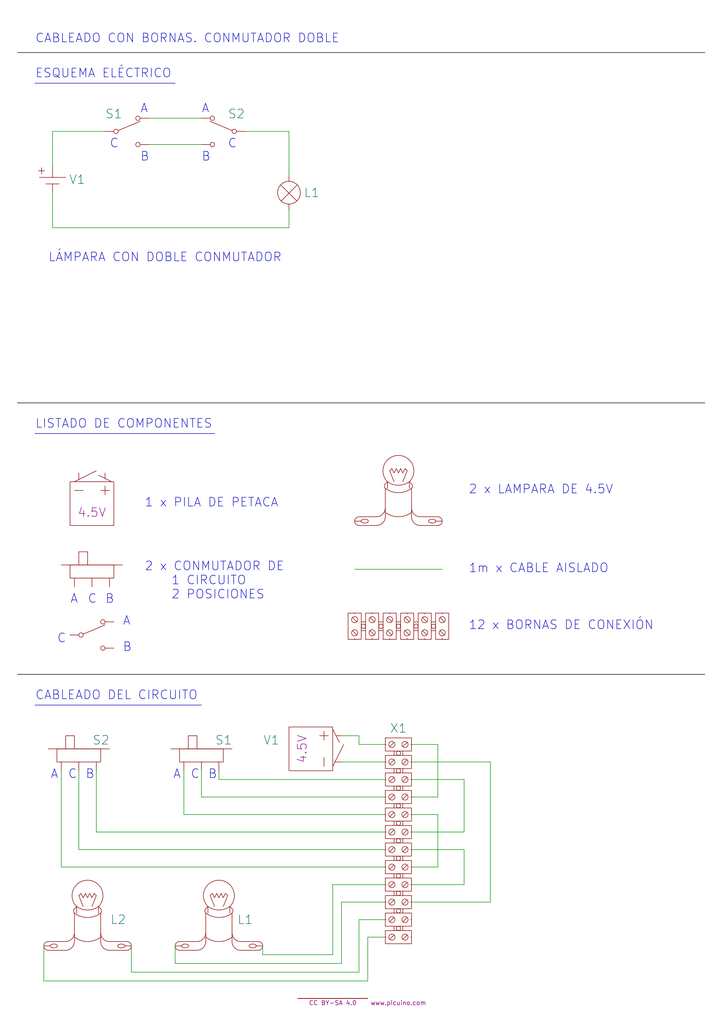
<source format=kicad_sch>
(kicad_sch (version 20211123) (generator eeschema)
  (paper "A4" portrait)
  (title_block (title "CABLEADO CON BORNAS. CONMUTADOR DOBLE") (date "14/12/2018") (company "www.picuino.com") (comment 1 "Copyright (c) 2018 by Carlos Pardo") (comment 2 "License CC BY-SA 4.0"))
  (lib_symbols
    (symbol "simbolos:CopyRight" (pin_names (offset 1.016))
      (property "License" "CC BY-SA 4.0" (at -1.27 -1.27 0))
      (property "Web" "www.picuino.com" (at 0 -1.27 0))
      (symbol "CopyRight_0_1"
        (polyline (pts (xy -10.16 0) (xy 10.16 0)) (stroke (width 0.2032)))
      )
    )
    (symbol "simbolos:Pila" (pin_names (offset 1.016))
      (property "Reference" "V" (at 5.08 -4.445 0))
      (symbol "Pila_0_1"
        (polyline (pts (xy -4.064 -1.27) (xy -2.286 -1.27)))
        (polyline (pts (xy -3.81 -3.175) (xy 3.81 -3.175)))
        (polyline (pts (xy -3.175 -0.381) (xy -3.175 -2.159)))
        (polyline (pts (xy -1.905 -5.08) (xy 1.905 -5.08)))
      )
      (symbol "Pila_1_1"
        (pin input line (at 0 -7.62 90) (length 2.54) (name "") (number ""))
        (pin input line (at 0 0 270) (length 3.175) (name "") (number ""))
      )
    )
    (symbol "simbolos:borna_12x2" (pin_names (offset 1.016))
      (property "Reference" "X" (at 3.81 3.81 0))
      (symbol "borna_12x2_0_1"
        (rectangle (start 0 -53.975) (end 7.62 -57.785))
        (rectangle (start 0 -48.895) (end 7.62 -52.705))
        (rectangle (start 0 -43.815) (end 7.62 -47.625))
        (rectangle (start 0 -38.735) (end 7.62 -42.545))
        (rectangle (start 0 -33.655) (end 7.62 -37.465))
        (rectangle (start 0 -28.575) (end 7.62 -32.385))
        (rectangle (start 0 -23.495) (end 7.62 -27.305))
        (rectangle (start 0 -18.415) (end 7.62 -22.225))
        (rectangle (start 0 -13.335) (end 7.62 -17.145))
        (rectangle (start 0 -8.255) (end 7.62 -12.065))
        (rectangle (start 0 -3.175) (end 7.62 -6.985))
        (polyline (pts (xy 1.27 -56.515) (xy 2.54 -55.245)))
        (polyline (pts (xy 1.27 -51.435) (xy 2.54 -50.165)))
        (polyline (pts (xy 1.27 -46.355) (xy 2.54 -45.085)))
        (polyline (pts (xy 1.27 -41.275) (xy 2.54 -40.005)))
        (polyline (pts (xy 1.27 -36.195) (xy 2.54 -34.925)))
        (polyline (pts (xy 1.27 -31.115) (xy 2.54 -29.845)))
        (polyline (pts (xy 1.27 -26.035) (xy 2.54 -24.765)))
        (polyline (pts (xy 1.27 -20.955) (xy 2.54 -19.685)))
        (polyline (pts (xy 1.27 -15.875) (xy 2.54 -14.605)))
        (polyline (pts (xy 1.27 -10.795) (xy 2.54 -9.525)))
        (polyline (pts (xy 1.27 -5.715) (xy 2.54 -4.445)))
        (polyline (pts (xy 1.27 -0.635) (xy 2.54 0.635)))
        (polyline (pts (xy 2.54 -53.975) (xy 2.54 -52.705)))
        (polyline (pts (xy 2.54 -48.895) (xy 2.54 -47.625)))
        (polyline (pts (xy 2.54 -43.815) (xy 2.54 -42.545)))
        (polyline (pts (xy 2.54 -38.735) (xy 2.54 -37.465)))
        (polyline (pts (xy 2.54 -33.655) (xy 2.54 -32.385)))
        (polyline (pts (xy 2.54 -28.575) (xy 2.54 -27.305)))
        (polyline (pts (xy 2.54 -23.495) (xy 2.54 -22.225)))
        (polyline (pts (xy 2.54 -18.415) (xy 2.54 -17.145)))
        (polyline (pts (xy 2.54 -13.335) (xy 2.54 -12.065)))
        (polyline (pts (xy 2.54 -8.255) (xy 2.54 -6.985)))
        (polyline (pts (xy 2.54 -3.175) (xy 2.54 -1.905)))
        (polyline (pts (xy 5.08 -56.515) (xy 6.35 -55.245)))
        (polyline (pts (xy 5.08 -53.975) (xy 5.08 -52.705)))
        (polyline (pts (xy 5.08 -51.435) (xy 6.35 -50.165)))
        (polyline (pts (xy 5.08 -48.895) (xy 5.08 -47.625)))
        (polyline (pts (xy 5.08 -46.355) (xy 6.35 -45.085)))
        (polyline (pts (xy 5.08 -43.815) (xy 5.08 -42.545)))
        (polyline (pts (xy 5.08 -41.275) (xy 6.35 -40.005)))
        (polyline (pts (xy 5.08 -38.735) (xy 5.08 -37.465)))
        (polyline (pts (xy 5.08 -36.195) (xy 6.35 -34.925)))
        (polyline (pts (xy 5.08 -33.655) (xy 5.08 -32.385)))
        (polyline (pts (xy 5.08 -31.115) (xy 6.35 -29.845)))
        (polyline (pts (xy 5.08 -28.575) (xy 5.08 -27.305)))
        (polyline (pts (xy 5.08 -26.035) (xy 6.35 -24.765)))
        (polyline (pts (xy 5.08 -23.495) (xy 5.08 -22.225)))
        (polyline (pts (xy 5.08 -20.955) (xy 6.35 -19.685)))
        (polyline (pts (xy 5.08 -18.415) (xy 5.08 -17.145)))
        (polyline (pts (xy 5.08 -15.875) (xy 6.35 -14.605)))
        (polyline (pts (xy 5.08 -13.335) (xy 5.08 -12.065)))
        (polyline (pts (xy 5.08 -10.795) (xy 6.35 -9.525)))
        (polyline (pts (xy 5.08 -8.255) (xy 5.08 -6.985)))
        (polyline (pts (xy 5.08 -5.715) (xy 6.35 -4.445)))
        (polyline (pts (xy 5.08 -3.175) (xy 5.08 -1.905)))
        (polyline (pts (xy 5.08 -0.635) (xy 6.35 0.635)))
        (rectangle (start 0 1.905) (end 7.62 -1.905))
        (circle (center 1.905 -55.88) (radius 0.889))
        (circle (center 1.905 -50.8) (radius 0.889))
        (circle (center 1.905 -45.72) (radius 0.889))
        (circle (center 1.905 -40.64) (radius 0.889))
        (circle (center 1.905 -35.56) (radius 0.889))
        (circle (center 1.905 -30.48) (radius 0.889))
        (circle (center 1.905 -25.4) (radius 0.889))
        (circle (center 1.905 -20.32) (radius 0.889))
        (circle (center 1.905 -15.24) (radius 0.889))
        (circle (center 1.905 -10.16) (radius 0.889))
        (circle (center 1.905 -5.08) (radius 0.889))
        (circle (center 1.905 0) (radius 0.889))
        (circle (center 3.81 -53.34) (radius 0.635))
        (circle (center 3.81 -48.26) (radius 0.635))
        (circle (center 3.81 -43.18) (radius 0.635))
        (circle (center 3.81 -38.1) (radius 0.635))
        (circle (center 3.81 -33.02) (radius 0.635))
        (circle (center 3.81 -27.94) (radius 0.635))
        (circle (center 3.81 -22.86) (radius 0.635))
        (circle (center 3.81 -17.78) (radius 0.635))
        (circle (center 3.81 -12.7) (radius 0.635))
        (circle (center 3.81 -7.62) (radius 0.635))
        (circle (center 3.81 -2.54) (radius 0.635))
        (circle (center 5.715 -55.88) (radius 0.889))
        (circle (center 5.715 -50.8) (radius 0.889))
        (circle (center 5.715 -45.72) (radius 0.889))
        (circle (center 5.715 -40.64) (radius 0.889))
        (circle (center 5.715 -35.56) (radius 0.889))
        (circle (center 5.715 -30.48) (radius 0.889))
        (circle (center 5.715 -25.4) (radius 0.889))
        (circle (center 5.715 -20.32) (radius 0.889))
        (circle (center 5.715 -15.24) (radius 0.889))
        (circle (center 5.715 -10.16) (radius 0.889))
        (circle (center 5.715 -5.08) (radius 0.889))
        (circle (center 5.715 0) (radius 0.889))
      )
      (symbol "borna_12x2_1_1"
        (pin input line (at 0 -55.88 0) (length 0.254) (name "") (number ""))
        (pin input line (at 0 -50.8 0) (length 0.254) (name "") (number ""))
        (pin input line (at 0 -45.72 0) (length 0.254) (name "") (number ""))
        (pin input line (at 0 -40.64 0) (length 0.254) (name "") (number ""))
        (pin input line (at 0 -35.56 0) (length 0.254) (name "") (number ""))
        (pin input line (at 0 -30.48 0) (length 0.254) (name "") (number ""))
        (pin input line (at 0 -25.4 0) (length 0.254) (name "") (number ""))
        (pin input line (at 0 -20.32 0) (length 0.254) (name "") (number ""))
        (pin input line (at 0 -15.24 0) (length 0.254) (name "") (number ""))
        (pin input line (at 0 -10.16 0) (length 0.254) (name "") (number ""))
        (pin input line (at 0 -5.08 0) (length 0.254) (name "") (number ""))
        (pin input line (at 0 0 0) (length 0.254) (name "") (number ""))
        (pin input line (at 7.62 -55.88 180) (length 0.254) (name "") (number ""))
        (pin input line (at 7.62 -50.8 180) (length 0.254) (name "") (number ""))
        (pin input line (at 7.62 -45.72 180) (length 0.254) (name "") (number ""))
        (pin input line (at 7.62 -40.64 180) (length 0.254) (name "") (number ""))
        (pin input line (at 7.62 -35.56 180) (length 0.254) (name "") (number ""))
        (pin input line (at 7.62 -30.48 180) (length 0.254) (name "") (number ""))
        (pin input line (at 7.62 -25.4 180) (length 0.254) (name "") (number ""))
        (pin input line (at 7.62 -20.32 180) (length 0.254) (name "") (number ""))
        (pin input line (at 7.62 -15.24 180) (length 0.254) (name "") (number ""))
        (pin input line (at 7.62 -10.16 180) (length 0.254) (name "") (number ""))
        (pin input line (at 7.62 -5.08 180) (length 0.254) (name "") (number ""))
        (pin input line (at 7.62 0 180) (length 0.254) (name "") (number ""))
      )
    )
    (symbol "simbolos:borna_6x2" (pin_names (offset 1.016))
      (property "Reference" "X" (at 3.81 3.81 0))
      (symbol "borna_6x2_0_1"
        (rectangle (start 0 -23.495) (end 7.62 -27.305))
        (rectangle (start 0 -18.415) (end 7.62 -22.225))
        (rectangle (start 0 -13.335) (end 7.62 -17.145))
        (rectangle (start 0 -8.255) (end 7.62 -12.065))
        (rectangle (start 0 -3.175) (end 7.62 -6.985))
        (polyline (pts (xy 1.27 -26.035) (xy 2.54 -24.765)))
        (polyline (pts (xy 1.27 -20.955) (xy 2.54 -19.685)))
        (polyline (pts (xy 1.27 -15.875) (xy 2.54 -14.605)))
        (polyline (pts (xy 1.27 -10.795) (xy 2.54 -9.525)))
        (polyline (pts (xy 1.27 -5.715) (xy 2.54 -4.445)))
        (polyline (pts (xy 1.27 -0.635) (xy 2.54 0.635)))
        (polyline (pts (xy 2.54 -23.495) (xy 2.54 -22.225)))
        (polyline (pts (xy 2.54 -18.415) (xy 2.54 -17.145)))
        (polyline (pts (xy 2.54 -13.335) (xy 2.54 -12.065)))
        (polyline (pts (xy 2.54 -8.255) (xy 2.54 -6.985)))
        (polyline (pts (xy 2.54 -3.175) (xy 2.54 -1.905)))
        (polyline (pts (xy 5.08 -26.035) (xy 6.35 -24.765)))
        (polyline (pts (xy 5.08 -23.495) (xy 5.08 -22.225)))
        (polyline (pts (xy 5.08 -20.955) (xy 6.35 -19.685)))
        (polyline (pts (xy 5.08 -18.415) (xy 5.08 -17.145)))
        (polyline (pts (xy 5.08 -15.875) (xy 6.35 -14.605)))
        (polyline (pts (xy 5.08 -13.335) (xy 5.08 -12.065)))
        (polyline (pts (xy 5.08 -10.795) (xy 6.35 -9.525)))
        (polyline (pts (xy 5.08 -8.255) (xy 5.08 -6.985)))
        (polyline (pts (xy 5.08 -5.715) (xy 6.35 -4.445)))
        (polyline (pts (xy 5.08 -3.175) (xy 5.08 -1.905)))
        (polyline (pts (xy 5.08 -0.635) (xy 6.35 0.635)))
        (rectangle (start 0 1.905) (end 7.62 -1.905))
        (circle (center 1.905 -25.4) (radius 0.889))
        (circle (center 1.905 -20.32) (radius 0.889))
        (circle (center 1.905 -15.24) (radius 0.889))
        (circle (center 1.905 -10.16) (radius 0.889))
        (circle (center 1.905 -5.08) (radius 0.889))
        (circle (center 1.905 0) (radius 0.889))
        (circle (center 3.81 -22.86) (radius 0.635))
        (circle (center 3.81 -17.78) (radius 0.635))
        (circle (center 3.81 -12.7) (radius 0.635))
        (circle (center 3.81 -7.62) (radius 0.635))
        (circle (center 3.81 -2.54) (radius 0.635))
        (circle (center 5.715 -25.4) (radius 0.889))
        (circle (center 5.715 -20.32) (radius 0.889))
        (circle (center 5.715 -15.24) (radius 0.889))
        (circle (center 5.715 -10.16) (radius 0.889))
        (circle (center 5.715 -5.08) (radius 0.889))
        (circle (center 5.715 0) (radius 0.889))
      )
      (symbol "borna_6x2_1_1"
        (pin input line (at 0 -25.4 0) (length 0.254) (name "") (number ""))
        (pin input line (at 0 -20.32 0) (length 0.254) (name "") (number ""))
        (pin input line (at 0 -15.24 0) (length 0.254) (name "") (number ""))
        (pin input line (at 0 -10.16 0) (length 0.254) (name "") (number ""))
        (pin input line (at 0 -5.08 0) (length 0.254) (name "") (number ""))
        (pin input line (at 0 0 0) (length 0.254) (name "") (number ""))
        (pin input line (at 7.62 -25.4 180) (length 0.254) (name "") (number ""))
        (pin input line (at 7.62 -20.32 180) (length 0.254) (name "") (number ""))
        (pin input line (at 7.62 -15.24 180) (length 0.254) (name "") (number ""))
        (pin input line (at 7.62 -10.16 180) (length 0.254) (name "") (number ""))
        (pin input line (at 7.62 -5.08 180) (length 0.254) (name "") (number ""))
        (pin input line (at 7.62 0 180) (length 0.254) (name "") (number ""))
      )
    )
    (symbol "simbolos:conmutador" (pin_names (offset 1.016))
      (property "Reference" "S" (at 4.445 3.175 0))
      (symbol "conmutador_0_0"
        (circle (center 3.175 0) (radius 0.635))
        (circle (center 9.525 -3.81) (radius 0.635))
        (circle (center 9.525 3.81) (radius 0.635))
      )
      (symbol "conmutador_0_1"
        (polyline (pts (xy 10.16 2.921) (xy 3.81 0.254)))
      )
      (symbol "conmutador_1_1"
        (pin input line (at 0 0 0) (length 2.54) (name "") (number ""))
        (pin input line (at 12.7 -3.81 180) (length 2.54) (name "") (number ""))
        (pin input line (at 12.7 3.81 180) (length 2.54) (name "") (number ""))
      )
    )
    (symbol "simbolos:lampara" (pin_names (offset 1.016))
      (property "Reference" "L" (at 4.445 -5.08 0))
      (symbol "lampara_0_1"
        (circle (center 0 -5.08) (radius 3.302))
        (polyline (pts (xy -2.286 -7.493) (xy 2.286 -2.921)))
        (polyline (pts (xy -2.286 -2.921) (xy 2.286 -7.493)))
      )
      (symbol "lampara_1_1"
        (pin input line (at 0 -10.16 90) (length 1.778) (name "") (number ""))
        (pin input line (at 0 0 270) (length 1.778) (name "") (number ""))
      )
    )
    (symbol "simbolos:lampara_pack" (pin_names (offset 1.016))
      (property "Reference" "L" (at 17.78 6.35 0))
      (symbol "lampara_pack_0_1"
        (polyline (pts (xy 1.27 -1.27) (xy 6.35 -1.27)))
        (polyline (pts (xy 6.35 1.27) (xy 1.27 1.27)))
        (polyline (pts (xy 8.89 1.27) (xy 8.89 9.525)))
        (polyline (pts (xy 8.89 10.795) (xy 9.525 11.43)))
        (polyline (pts (xy 9.525 11.43) (xy 9.525 9.525)))
        (polyline (pts (xy 11.43 11.43) (xy 10.16 14.605)))
        (polyline (pts (xy 13.97 11.43) (xy 15.24 14.605)))
        (polyline (pts (xy 15.875 11.43) (xy 15.875 9.525)))
        (polyline (pts (xy 16.51 1.27) (xy 16.51 9.525)))
        (polyline (pts (xy 16.51 10.795) (xy 15.875 11.43)))
        (polyline (pts (xy 19.05 1.27) (xy 24.13 1.27)))
        (polyline (pts (xy 24.13 -1.27) (xy 19.05 -1.27)))
        (polyline (pts (xy 10.16 14.605) (xy 10.795 15.24) (xy 11.43 13.97) (xy 12.065 15.24) (xy 12.7 13.97) (xy 13.335 15.24) (xy 13.97 13.97) (xy 14.605 15.24) (xy 15.24 14.605)))
        (arc (start 1.27 1.27) (mid 0 0) (end 1.27 -1.27))
        (arc (start 2.159 -0.381) (mid 2.921 -0.5609) (end 3.683 -0.381))
        (arc (start 2.159 0.381) (mid 1.8844 0) (end 2.159 -0.381))
        (arc (start 3.683 -0.381) (mid 3.9576 0) (end 3.683 0.381))
        (arc (start 3.683 0.381) (mid 2.921 0.5609) (end 2.159 0.381))
        (arc (start 6.35 -1.27) (mid 8.1297 -0.5171) (end 8.89 1.27))
        (arc (start 6.35 1.27) (mid 8.1297 2.0229) (end 8.89 3.81))
        (arc (start 8.89 2.54) (mid 12.7 1.27) (end 16.51 2.54))
        (arc (start 8.89 9.525) (mid 12.7 8.255) (end 16.51 9.525))
        (arc (start 8.89 10.795) (mid 8.627 10.16) (end 8.89 9.525))
        (arc (start 9.525 11.43) (mid 12.7 10.4125) (end 15.875 11.43))
        (arc (start 12.7 19.05) (mid 8.5493 16.3021) (end 9.525 11.43))
        (arc (start 15.875 11.43) (mid 16.8357 16.2958) (end 12.7 19.05))
        (arc (start 16.51 1.27) (mid 17.2523 -0.5349) (end 19.05 -1.27))
        (arc (start 16.51 3.81) (mid 17.2523 2.0051) (end 19.05 1.27))
        (arc (start 16.51 9.525) (mid 16.773 10.16) (end 16.51 10.795))
        (arc (start 21.717 -0.381) (mid 22.479 -0.5609) (end 23.241 -0.381))
        (arc (start 21.717 0.381) (mid 21.4424 0) (end 21.717 -0.381))
        (arc (start 23.241 -0.381) (mid 23.5156 0) (end 23.241 0.381))
        (arc (start 23.241 0.381) (mid 22.479 0.5609) (end 21.717 0.381))
        (arc (start 24.13 -1.27) (mid 25.4 0) (end 24.13 1.27))
      )
      (symbol "lampara_pack_1_1"
        (pin input line (at 0 0 0) (length 1.905) (name "") (number ""))
        (pin input line (at 25.4 0 180) (length 1.905) (name "") (number ""))
      )
    )
    (symbol "simbolos:pila_petaca" (pin_names (offset 1.016))
      (property "Reference" "V" (at 11.43 -8.89 0))
      (property "V" "4.5V" (at 3.81 -12.7 0))
      (symbol "pila_petaca_0_1"
        (rectangle (start -2.54 -2.54) (end 10.16 -15.24))
        (polyline (pts (xy -1.27 -5.08) (xy 1.27 -5.08)))
        (polyline (pts (xy -1.27 -2.54) (xy 5.08 0.635)))
        (polyline (pts (xy 7.62 -3.81) (xy 7.62 -6.35)))
        (polyline (pts (xy 8.89 -5.08) (xy 6.35 -5.08)))
        (polyline (pts (xy 9.525 -2.54) (xy 5.715 -0.635)))
      )
      (symbol "pila_petaca_1_1"
        (pin input line (at 0 0 270) (length 1.905) (name "") (number ""))
        (pin input line (at 7.62 0 270) (length 1.524) (name "") (number ""))
      )
    )
    (symbol "simbolos:selector_pack" (pin_names (offset 1.016))
      (property "Reference" "S" (at 11.43 8.89 0))
      (symbol "selector_pack_0_1"
        (rectangle (start -1.27 6.35) (end 11.43 2.54))
        (polyline (pts (xy 13.97 6.35) (xy -3.81 6.35)))
        (polyline (pts (xy 1.27 6.35) (xy 1.27 10.16) (xy 3.81 10.16) (xy 3.81 6.35)))
      )
      (symbol "selector_pack_1_1"
        (pin input line (at 0 0 90) (length 2.54) (name "") (number ""))
        (pin input line (at 5.08 0 90) (length 2.54) (name "") (number ""))
        (pin input line (at 10.16 0 90) (length 2.54) (name "") (number ""))
      )
    )
  )
  (wire (pts (xy 111.76 226.06) (xy 63.5 226.06)))
  (wire (pts (xy 43.18 34.29) (xy 58.42 34.29)))
  (wire (pts (xy 104.14 213.36) (xy 99.06 213.36)))
  (wire (pts (xy 127 236.22) (xy 127 251.46)))
  (polyline (pts (xy 10.16 125.73) (xy 62.23 125.73)) (stroke (width 0) (type solid)))
  (wire (pts (xy 134.62 241.3) (xy 134.62 226.06)))
  (wire (pts (xy 53.34 236.22) (xy 53.34 223.52)))
  (wire (pts (xy 111.76 271.78) (xy 106.68 271.78)))
  (wire (pts (xy 104.14 215.9) (xy 111.76 215.9)))
  (wire (pts (xy 76.2 276.86) (xy 96.52 276.86)))
  (wire (pts (xy 111.76 251.46) (xy 17.78 251.46)))
  (wire (pts (xy 106.68 284.48) (xy 12.7 284.48)))
  (polyline (pts (xy 10.16 24.13) (xy 50.8 24.13)) (stroke (width 0) (type solid)))
  (wire (pts (xy 38.1 281.94) (xy 104.14 281.94)))
  (wire (pts (xy 99.06 261.62) (xy 99.06 279.4)))
  (wire (pts (xy 38.1 274.32) (xy 38.1 281.94)))
  (polyline (pts (xy 5.08 116.84) (xy 204.47 116.84)) (stroke (width 0) (type solid) (color 0 0 0 1)))
  (wire (pts (xy 71.12 38.1) (xy 83.82 38.1)))
  (wire (pts (xy 106.68 271.78) (xy 106.68 284.48)))
  (wire (pts (xy 15.24 48.26) (xy 15.24 38.1)))
  (wire (pts (xy 142.24 220.98) (xy 142.24 261.62)))
  (wire (pts (xy 22.86 223.52) (xy 22.86 246.38)))
  (wire (pts (xy 127 231.14) (xy 127 215.9)))
  (wire (pts (xy 22.86 246.38) (xy 111.76 246.38)))
  (wire (pts (xy 27.94 241.3) (xy 27.94 223.52)))
  (wire (pts (xy 111.76 236.22) (xy 53.34 236.22)))
  (wire (pts (xy 119.38 246.38) (xy 134.62 246.38)))
  (wire (pts (xy 111.76 241.3) (xy 27.94 241.3)))
  (wire (pts (xy 119.38 261.62) (xy 142.24 261.62)))
  (wire (pts (xy 104.14 266.7) (xy 111.76 266.7)))
  (wire (pts (xy 83.82 38.1) (xy 83.82 50.8)))
  (polyline (pts (xy 5.08 15.24) (xy 204.47 15.24)) (stroke (width 0) (type solid) (color 0 0 0 1)))
  (wire (pts (xy 119.38 231.14) (xy 127 231.14)))
  (wire (pts (xy 43.18 41.91) (xy 58.42 41.91)))
  (wire (pts (xy 99.06 220.98) (xy 111.76 220.98)))
  (wire (pts (xy 96.52 256.54) (xy 96.52 276.86)))
  (wire (pts (xy 102.87 165.1) (xy 128.27 165.1)))
  (wire (pts (xy 15.24 66.04) (xy 15.24 55.88)))
  (wire (pts (xy 119.38 241.3) (xy 134.62 241.3)))
  (wire (pts (xy 134.62 256.54) (xy 119.38 256.54)))
  (wire (pts (xy 50.8 274.32) (xy 50.8 279.4)))
  (wire (pts (xy 50.8 279.4) (xy 99.06 279.4)))
  (wire (pts (xy 134.62 246.38) (xy 134.62 256.54)))
  (wire (pts (xy 83.82 66.04) (xy 83.82 60.96)))
  (wire (pts (xy 17.78 223.52) (xy 17.78 251.46)))
  (wire (pts (xy 63.5 226.06) (xy 63.5 223.52)))
  (wire (pts (xy 104.14 266.7) (xy 104.14 281.94)))
  (wire (pts (xy 119.38 236.22) (xy 127 236.22)))
  (wire (pts (xy 15.24 66.04) (xy 83.82 66.04)))
  (wire (pts (xy 76.2 274.32) (xy 76.2 276.86)))
  (wire (pts (xy 15.24 38.1) (xy 30.48 38.1)))
  (wire (pts (xy 127 251.46) (xy 119.38 251.46)))
  (wire (pts (xy 127 215.9) (xy 119.38 215.9)))
  (wire (pts (xy 58.42 223.52) (xy 58.42 231.14)))
  (polyline (pts (xy 5.08 195.58) (xy 204.47 195.58)) (stroke (width 0) (type solid) (color 0 0 0 1)))
  (polyline (pts (xy 10.16 204.47) (xy 58.42 204.47)) (stroke (width 0) (type solid)))
  (wire (pts (xy 12.7 284.48) (xy 12.7 274.32)))
  (wire (pts (xy 96.52 256.54) (xy 111.76 256.54)))
  (wire (pts (xy 104.14 215.9) (xy 104.14 213.36)))
  (wire (pts (xy 99.06 261.62) (xy 111.76 261.62)))
  (wire (pts (xy 142.24 220.98) (xy 119.38 220.98)))
  (wire (pts (xy 134.62 226.06) (xy 119.38 226.06)))
  (wire (pts (xy 58.42 231.14) (xy 111.76 231.14)))
  (text "B" (at 58.42 46.99 0) (effects (font (size 2.54 2.54)) (justify left bottom)))
  (text "C" (at 19.685 226.06 0) (effects (font (size 2.54 2.54)) (justify left bottom)))
  (text "C" (at 16.51 186.69 0) (effects (font (size 2.54 2.54)) (justify left bottom)))
  (text "LÁMPARA CON DOBLE CONMUTADOR" (at 13.97 76.2 0) (effects (font (size 2.54 2.54)) (justify left bottom)))
  (text "2 x LAMPARA DE 4.5V" (at 135.89 143.51 0) (effects (font (size 2.54 2.54)) (justify left bottom)))
  (text "1m x CABLE AISLADO" (at 135.89 166.37 0) (effects (font (size 2.54 2.54)) (justify left bottom)))
  (text "CABLEADO CON BORNAS. CONMUTADOR DOBLE" (at 10.16 12.7 0) (effects (font (size 2.54 2.54)) (justify left bottom)))
  (text "A" (at 20.32 175.26 0) (effects (font (size 2.54 2.54)) (justify left bottom)))
  (text "B" (at 35.56 189.23 0) (effects (font (size 2.54 2.54)) (justify left bottom)))
  (text "C" (at 55.245 226.06 0) (effects (font (size 2.54 2.54)) (justify left bottom)))
  (text "C" (at 66.04 43.18 0) (effects (font (size 2.54 2.54)) (justify left bottom)))
  (text "B" (at 40.64 46.99 0) (effects (font (size 2.54 2.54)) (justify left bottom)))
  (text "B" (at 60.325 226.06 0) (effects (font (size 2.54 2.54)) (justify left bottom)))
  (text "LISTADO DE COMPONENTES" (at 10.16 124.46 0) (effects (font (size 2.54 2.54)) (justify left bottom)))
  (text "A" (at 14.605 226.06 0) (effects (font (size 2.54 2.54)) (justify left bottom)))
  (text "CABLEADO DEL CIRCUITO" (at 10.16 203.2 0) (effects (font (size 2.54 2.54)) (justify left bottom)))
  (text "12 x BORNAS DE CONEXIÓN" (at 135.89 182.88 0) (effects (font (size 2.54 2.54)) (justify left bottom)))
  (text "B" (at 30.48 175.26 0) (effects (font (size 2.54 2.54)) (justify left bottom)))
  (text "C" (at 25.4 175.26 0) (effects (font (size 2.54 2.54)) (justify left bottom)))
  (text "B" (at 24.765 226.06 0) (effects (font (size 2.54 2.54)) (justify left bottom)))
  (text "C" (at 31.75 43.18 0) (effects (font (size 2.54 2.54)) (justify left bottom)))
  (text "1 x PILA DE PETACA" (at 41.91 147.32 0) (effects (font (size 2.54 2.54)) (justify left bottom)))
  (text "A" (at 40.64 33.02 0) (effects (font (size 2.54 2.54)) (justify left bottom)))
  (text "2 x CONMUTADOR DE\n    1 CIRCUITO\n    2 POSICIONES" (at 41.91 173.99 0) (effects (font (size 2.54 2.54)) (justify left bottom)))
  (text "A" (at 58.42 33.02 0) (effects (font (size 2.54 2.54)) (justify left bottom)))
  (text "ESQUEMA ELÉCTRICO" (at 10.16 22.86 0) (effects (font (size 2.54 2.54)) (justify left bottom)))
  (text "A" (at 50.165 226.06 0) (effects (font (size 2.54 2.54)) (justify left bottom)))
  (text "A" (at 35.56 181.61 0) (effects (font (size 2.54 2.54)) (justify left bottom)))
  (symbol (lib_id "simbolos:CopyRight") (at 96.52 289.56 0) (unit 1)
    (property "Reference" "CP1" (effects hide))
    (property "Value" "CopyRight" (effects hide))
    (property "License" "CC BY-SA 4.0" (at 96.52 290.83 0))
    (property "Web" "www.picuino.com" (at 115.57 290.83 0))
  )
  (symbol (lib_id "simbolos:borna_12x2") (at 111.76 215.9 0) (unit 1)
    (property "Reference" "X1" (at 115.57 211.1756 0) (effects (font (size 2.54 2.54))))
    (property "Value" "borna_12x2" (effects hide))
  )
  (symbol (lib_id "simbolos:pila_petaca") (at 99.06 220.98 270) (mirror x) (unit 1)
    (property "Reference" "V1" (at 76.2 214.63 90) (effects (font (size 2.54 2.54)) (justify left)))
    (property "Value" "pila_petaca" (effects hide))
    (property "V" "4.5V" (at 87.63 217.17 0) (effects (font (size 2.54 2.54))))
  )
  (symbol (lib_id "simbolos:pila_petaca") (at 22.86 137.16 0) (unit 1)
    (property "Reference" "V?" (effects hide))
    (property "Value" "pila_petaca" (effects hide))
    (property "V" "4.5V" (at 26.67 148.59 0) (effects (font (size 2.54 2.54))))
  )
  (symbol (lib_id "simbolos:Pila") (at 15.24 48.26 0) (unit 1)
    (property "Reference" "V1" (at 19.8882 52.07 0) (effects (font (size 2.54 2.54)) (justify left)))
    (property "Value" "Pila" (effects hide))
  )
  (symbol (lib_id "simbolos:lampara") (at 83.82 50.8 0) (unit 1)
    (property "Reference" "L1" (at 87.9602 55.88 0) (effects (font (size 2.54 2.54)) (justify left)))
    (property "Value" "lampara" (effects hide))
  )
  (symbol (lib_id "simbolos:lampara_pack") (at 50.8 274.32 0) (unit 1)
    (property "Reference" "L1" (at 71.12 266.7 0) (effects (font (size 2.54 2.54))))
    (property "Value" "lampara_pack" (effects hide))
  )
  (symbol (lib_id "simbolos:lampara_pack") (at 12.7 274.32 0) (unit 1)
    (property "Reference" "L2" (at 34.29 266.7 0) (effects (font (size 2.54 2.54))))
    (property "Value" "lampara_pack" (effects hide))
  )
  (symbol (lib_id "simbolos:borna_6x2") (at 128.27 177.8 270) (unit 1)
    (property "Reference" "X?" (effects hide))
    (property "Value" "borna_6x2" (effects hide))
  )
  (symbol (lib_id "simbolos:conmutador") (at 20.32 184.15 0) (unit 1)
    (property "Reference" "S?" (effects hide))
    (property "Value" "conmutador" (effects hide))
  )
  (symbol (lib_id "simbolos:selector_pack") (at 53.34 223.52 0) (unit 1)
    (property "Reference" "S1" (at 62.23 214.63 0) (effects (font (size 2.54 2.54)) (justify left)))
    (property "Value" "selector_pack" (effects hide))
  )
  (symbol (lib_id "simbolos:selector_pack") (at 17.78 223.52 0) (unit 1)
    (property "Reference" "S2" (at 26.67 214.63 0) (effects (font (size 2.54 2.54)) (justify left)))
    (property "Value" "selector_pack" (effects hide))
  )
  (symbol (lib_id "simbolos:conmutador") (at 30.48 38.1 0) (unit 1)
    (property "Reference" "S1" (at 33.02 33.02 0) (effects (font (size 2.54 2.54))))
    (property "Value" "conmutador" (effects hide))
  )
  (symbol (lib_id "simbolos:selector_pack") (at 21.59 170.18 0) (unit 1)
    (property "Reference" "S?" (effects hide))
    (property "Value" "selector_pack" (effects hide))
  )
  (symbol (lib_id "simbolos:lampara_pack") (at 102.87 151.13 0) (unit 1)
    (property "Reference" "L?" (effects hide))
    (property "Value" "lampara_pack" (effects hide))
  )
  (symbol (lib_id "simbolos:conmutador") (at 71.12 38.1 0) (mirror y) (unit 1)
    (property "Reference" "S2" (at 68.58 33.02 0) (effects (font (size 2.54 2.54))))
    (property "Value" "conmutador" (effects hide))
  )
  (sheet (at 218.44 29.21) (size 66.04 7.62)
    (property "Sheet name" "2" (at 218.44 27.8634 0) (effects (font (size 2.54 2.54)) (justify left bottom)))
    (property "Sheet file" "electric-bornas-conmutador-doble-2.kicad_sch" (at 218.44 37.9226 0) (effects (font (size 2.54 2.54)) (justify left top)))
  )
)
</source>
